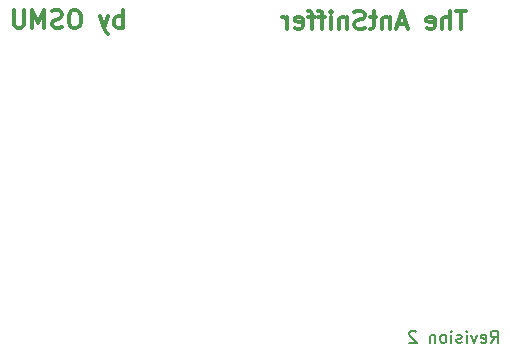
<source format=gbr>
%TF.GenerationSoftware,KiCad,Pcbnew,7.0.6-0*%
%TF.CreationDate,2023-11-06T09:59:01-05:00*%
%TF.ProjectId,AntSniffer,416e7453-6e69-4666-9665-722e6b696361,rev?*%
%TF.SameCoordinates,Original*%
%TF.FileFunction,Legend,Bot*%
%TF.FilePolarity,Positive*%
%FSLAX46Y46*%
G04 Gerber Fmt 4.6, Leading zero omitted, Abs format (unit mm)*
G04 Created by KiCad (PCBNEW 7.0.6-0) date 2023-11-06 09:59:01*
%MOMM*%
%LPD*%
G01*
G04 APERTURE LIST*
%ADD10C,0.300000*%
%ADD11C,0.150000*%
G04 APERTURE END LIST*
D10*
X160615489Y-44840828D02*
X160615489Y-43340828D01*
X160615489Y-43912257D02*
X160472632Y-43840828D01*
X160472632Y-43840828D02*
X160186917Y-43840828D01*
X160186917Y-43840828D02*
X160044060Y-43912257D01*
X160044060Y-43912257D02*
X159972632Y-43983685D01*
X159972632Y-43983685D02*
X159901203Y-44126542D01*
X159901203Y-44126542D02*
X159901203Y-44555114D01*
X159901203Y-44555114D02*
X159972632Y-44697971D01*
X159972632Y-44697971D02*
X160044060Y-44769400D01*
X160044060Y-44769400D02*
X160186917Y-44840828D01*
X160186917Y-44840828D02*
X160472632Y-44840828D01*
X160472632Y-44840828D02*
X160615489Y-44769400D01*
X159401203Y-43840828D02*
X159044060Y-44840828D01*
X158686917Y-43840828D02*
X159044060Y-44840828D01*
X159044060Y-44840828D02*
X159186917Y-45197971D01*
X159186917Y-45197971D02*
X159258346Y-45269400D01*
X159258346Y-45269400D02*
X159401203Y-45340828D01*
X156686917Y-43340828D02*
X156401203Y-43340828D01*
X156401203Y-43340828D02*
X156258346Y-43412257D01*
X156258346Y-43412257D02*
X156115489Y-43555114D01*
X156115489Y-43555114D02*
X156044060Y-43840828D01*
X156044060Y-43840828D02*
X156044060Y-44340828D01*
X156044060Y-44340828D02*
X156115489Y-44626542D01*
X156115489Y-44626542D02*
X156258346Y-44769400D01*
X156258346Y-44769400D02*
X156401203Y-44840828D01*
X156401203Y-44840828D02*
X156686917Y-44840828D01*
X156686917Y-44840828D02*
X156829775Y-44769400D01*
X156829775Y-44769400D02*
X156972632Y-44626542D01*
X156972632Y-44626542D02*
X157044060Y-44340828D01*
X157044060Y-44340828D02*
X157044060Y-43840828D01*
X157044060Y-43840828D02*
X156972632Y-43555114D01*
X156972632Y-43555114D02*
X156829775Y-43412257D01*
X156829775Y-43412257D02*
X156686917Y-43340828D01*
X155472631Y-44769400D02*
X155258346Y-44840828D01*
X155258346Y-44840828D02*
X154901203Y-44840828D01*
X154901203Y-44840828D02*
X154758346Y-44769400D01*
X154758346Y-44769400D02*
X154686917Y-44697971D01*
X154686917Y-44697971D02*
X154615488Y-44555114D01*
X154615488Y-44555114D02*
X154615488Y-44412257D01*
X154615488Y-44412257D02*
X154686917Y-44269400D01*
X154686917Y-44269400D02*
X154758346Y-44197971D01*
X154758346Y-44197971D02*
X154901203Y-44126542D01*
X154901203Y-44126542D02*
X155186917Y-44055114D01*
X155186917Y-44055114D02*
X155329774Y-43983685D01*
X155329774Y-43983685D02*
X155401203Y-43912257D01*
X155401203Y-43912257D02*
X155472631Y-43769400D01*
X155472631Y-43769400D02*
X155472631Y-43626542D01*
X155472631Y-43626542D02*
X155401203Y-43483685D01*
X155401203Y-43483685D02*
X155329774Y-43412257D01*
X155329774Y-43412257D02*
X155186917Y-43340828D01*
X155186917Y-43340828D02*
X154829774Y-43340828D01*
X154829774Y-43340828D02*
X154615488Y-43412257D01*
X153972632Y-44840828D02*
X153972632Y-43340828D01*
X153972632Y-43340828D02*
X153472632Y-44412257D01*
X153472632Y-44412257D02*
X152972632Y-43340828D01*
X152972632Y-43340828D02*
X152972632Y-44840828D01*
X152258346Y-43340828D02*
X152258346Y-44555114D01*
X152258346Y-44555114D02*
X152186917Y-44697971D01*
X152186917Y-44697971D02*
X152115489Y-44769400D01*
X152115489Y-44769400D02*
X151972631Y-44840828D01*
X151972631Y-44840828D02*
X151686917Y-44840828D01*
X151686917Y-44840828D02*
X151544060Y-44769400D01*
X151544060Y-44769400D02*
X151472631Y-44697971D01*
X151472631Y-44697971D02*
X151401203Y-44555114D01*
X151401203Y-44555114D02*
X151401203Y-43340828D01*
X189659774Y-43390828D02*
X188802632Y-43390828D01*
X189231203Y-44890828D02*
X189231203Y-43390828D01*
X188302632Y-44890828D02*
X188302632Y-43390828D01*
X187659775Y-44890828D02*
X187659775Y-44105114D01*
X187659775Y-44105114D02*
X187731203Y-43962257D01*
X187731203Y-43962257D02*
X187874060Y-43890828D01*
X187874060Y-43890828D02*
X188088346Y-43890828D01*
X188088346Y-43890828D02*
X188231203Y-43962257D01*
X188231203Y-43962257D02*
X188302632Y-44033685D01*
X186374060Y-44819400D02*
X186516917Y-44890828D01*
X186516917Y-44890828D02*
X186802632Y-44890828D01*
X186802632Y-44890828D02*
X186945489Y-44819400D01*
X186945489Y-44819400D02*
X187016917Y-44676542D01*
X187016917Y-44676542D02*
X187016917Y-44105114D01*
X187016917Y-44105114D02*
X186945489Y-43962257D01*
X186945489Y-43962257D02*
X186802632Y-43890828D01*
X186802632Y-43890828D02*
X186516917Y-43890828D01*
X186516917Y-43890828D02*
X186374060Y-43962257D01*
X186374060Y-43962257D02*
X186302632Y-44105114D01*
X186302632Y-44105114D02*
X186302632Y-44247971D01*
X186302632Y-44247971D02*
X187016917Y-44390828D01*
X184588346Y-44462257D02*
X183874061Y-44462257D01*
X184731203Y-44890828D02*
X184231203Y-43390828D01*
X184231203Y-43390828D02*
X183731203Y-44890828D01*
X183231204Y-43890828D02*
X183231204Y-44890828D01*
X183231204Y-44033685D02*
X183159775Y-43962257D01*
X183159775Y-43962257D02*
X183016918Y-43890828D01*
X183016918Y-43890828D02*
X182802632Y-43890828D01*
X182802632Y-43890828D02*
X182659775Y-43962257D01*
X182659775Y-43962257D02*
X182588347Y-44105114D01*
X182588347Y-44105114D02*
X182588347Y-44890828D01*
X182088346Y-43890828D02*
X181516918Y-43890828D01*
X181874061Y-43390828D02*
X181874061Y-44676542D01*
X181874061Y-44676542D02*
X181802632Y-44819400D01*
X181802632Y-44819400D02*
X181659775Y-44890828D01*
X181659775Y-44890828D02*
X181516918Y-44890828D01*
X181088346Y-44819400D02*
X180874061Y-44890828D01*
X180874061Y-44890828D02*
X180516918Y-44890828D01*
X180516918Y-44890828D02*
X180374061Y-44819400D01*
X180374061Y-44819400D02*
X180302632Y-44747971D01*
X180302632Y-44747971D02*
X180231203Y-44605114D01*
X180231203Y-44605114D02*
X180231203Y-44462257D01*
X180231203Y-44462257D02*
X180302632Y-44319400D01*
X180302632Y-44319400D02*
X180374061Y-44247971D01*
X180374061Y-44247971D02*
X180516918Y-44176542D01*
X180516918Y-44176542D02*
X180802632Y-44105114D01*
X180802632Y-44105114D02*
X180945489Y-44033685D01*
X180945489Y-44033685D02*
X181016918Y-43962257D01*
X181016918Y-43962257D02*
X181088346Y-43819400D01*
X181088346Y-43819400D02*
X181088346Y-43676542D01*
X181088346Y-43676542D02*
X181016918Y-43533685D01*
X181016918Y-43533685D02*
X180945489Y-43462257D01*
X180945489Y-43462257D02*
X180802632Y-43390828D01*
X180802632Y-43390828D02*
X180445489Y-43390828D01*
X180445489Y-43390828D02*
X180231203Y-43462257D01*
X179588347Y-43890828D02*
X179588347Y-44890828D01*
X179588347Y-44033685D02*
X179516918Y-43962257D01*
X179516918Y-43962257D02*
X179374061Y-43890828D01*
X179374061Y-43890828D02*
X179159775Y-43890828D01*
X179159775Y-43890828D02*
X179016918Y-43962257D01*
X179016918Y-43962257D02*
X178945490Y-44105114D01*
X178945490Y-44105114D02*
X178945490Y-44890828D01*
X178231204Y-44890828D02*
X178231204Y-43890828D01*
X178231204Y-43390828D02*
X178302632Y-43462257D01*
X178302632Y-43462257D02*
X178231204Y-43533685D01*
X178231204Y-43533685D02*
X178159775Y-43462257D01*
X178159775Y-43462257D02*
X178231204Y-43390828D01*
X178231204Y-43390828D02*
X178231204Y-43533685D01*
X177731203Y-43890828D02*
X177159775Y-43890828D01*
X177516918Y-44890828D02*
X177516918Y-43605114D01*
X177516918Y-43605114D02*
X177445489Y-43462257D01*
X177445489Y-43462257D02*
X177302632Y-43390828D01*
X177302632Y-43390828D02*
X177159775Y-43390828D01*
X176874060Y-43890828D02*
X176302632Y-43890828D01*
X176659775Y-44890828D02*
X176659775Y-43605114D01*
X176659775Y-43605114D02*
X176588346Y-43462257D01*
X176588346Y-43462257D02*
X176445489Y-43390828D01*
X176445489Y-43390828D02*
X176302632Y-43390828D01*
X175231203Y-44819400D02*
X175374060Y-44890828D01*
X175374060Y-44890828D02*
X175659775Y-44890828D01*
X175659775Y-44890828D02*
X175802632Y-44819400D01*
X175802632Y-44819400D02*
X175874060Y-44676542D01*
X175874060Y-44676542D02*
X175874060Y-44105114D01*
X175874060Y-44105114D02*
X175802632Y-43962257D01*
X175802632Y-43962257D02*
X175659775Y-43890828D01*
X175659775Y-43890828D02*
X175374060Y-43890828D01*
X175374060Y-43890828D02*
X175231203Y-43962257D01*
X175231203Y-43962257D02*
X175159775Y-44105114D01*
X175159775Y-44105114D02*
X175159775Y-44247971D01*
X175159775Y-44247971D02*
X175874060Y-44390828D01*
X174516918Y-44890828D02*
X174516918Y-43890828D01*
X174516918Y-44176542D02*
X174445489Y-44033685D01*
X174445489Y-44033685D02*
X174374061Y-43962257D01*
X174374061Y-43962257D02*
X174231203Y-43890828D01*
X174231203Y-43890828D02*
X174088346Y-43890828D01*
D11*
X191771792Y-71479819D02*
X192105125Y-71003628D01*
X192343220Y-71479819D02*
X192343220Y-70479819D01*
X192343220Y-70479819D02*
X191962268Y-70479819D01*
X191962268Y-70479819D02*
X191867030Y-70527438D01*
X191867030Y-70527438D02*
X191819411Y-70575057D01*
X191819411Y-70575057D02*
X191771792Y-70670295D01*
X191771792Y-70670295D02*
X191771792Y-70813152D01*
X191771792Y-70813152D02*
X191819411Y-70908390D01*
X191819411Y-70908390D02*
X191867030Y-70956009D01*
X191867030Y-70956009D02*
X191962268Y-71003628D01*
X191962268Y-71003628D02*
X192343220Y-71003628D01*
X190962268Y-71432200D02*
X191057506Y-71479819D01*
X191057506Y-71479819D02*
X191247982Y-71479819D01*
X191247982Y-71479819D02*
X191343220Y-71432200D01*
X191343220Y-71432200D02*
X191390839Y-71336961D01*
X191390839Y-71336961D02*
X191390839Y-70956009D01*
X191390839Y-70956009D02*
X191343220Y-70860771D01*
X191343220Y-70860771D02*
X191247982Y-70813152D01*
X191247982Y-70813152D02*
X191057506Y-70813152D01*
X191057506Y-70813152D02*
X190962268Y-70860771D01*
X190962268Y-70860771D02*
X190914649Y-70956009D01*
X190914649Y-70956009D02*
X190914649Y-71051247D01*
X190914649Y-71051247D02*
X191390839Y-71146485D01*
X190581315Y-70813152D02*
X190343220Y-71479819D01*
X190343220Y-71479819D02*
X190105125Y-70813152D01*
X189724172Y-71479819D02*
X189724172Y-70813152D01*
X189724172Y-70479819D02*
X189771791Y-70527438D01*
X189771791Y-70527438D02*
X189724172Y-70575057D01*
X189724172Y-70575057D02*
X189676553Y-70527438D01*
X189676553Y-70527438D02*
X189724172Y-70479819D01*
X189724172Y-70479819D02*
X189724172Y-70575057D01*
X189295601Y-71432200D02*
X189200363Y-71479819D01*
X189200363Y-71479819D02*
X189009887Y-71479819D01*
X189009887Y-71479819D02*
X188914649Y-71432200D01*
X188914649Y-71432200D02*
X188867030Y-71336961D01*
X188867030Y-71336961D02*
X188867030Y-71289342D01*
X188867030Y-71289342D02*
X188914649Y-71194104D01*
X188914649Y-71194104D02*
X189009887Y-71146485D01*
X189009887Y-71146485D02*
X189152744Y-71146485D01*
X189152744Y-71146485D02*
X189247982Y-71098866D01*
X189247982Y-71098866D02*
X189295601Y-71003628D01*
X189295601Y-71003628D02*
X189295601Y-70956009D01*
X189295601Y-70956009D02*
X189247982Y-70860771D01*
X189247982Y-70860771D02*
X189152744Y-70813152D01*
X189152744Y-70813152D02*
X189009887Y-70813152D01*
X189009887Y-70813152D02*
X188914649Y-70860771D01*
X188438458Y-71479819D02*
X188438458Y-70813152D01*
X188438458Y-70479819D02*
X188486077Y-70527438D01*
X188486077Y-70527438D02*
X188438458Y-70575057D01*
X188438458Y-70575057D02*
X188390839Y-70527438D01*
X188390839Y-70527438D02*
X188438458Y-70479819D01*
X188438458Y-70479819D02*
X188438458Y-70575057D01*
X187819411Y-71479819D02*
X187914649Y-71432200D01*
X187914649Y-71432200D02*
X187962268Y-71384580D01*
X187962268Y-71384580D02*
X188009887Y-71289342D01*
X188009887Y-71289342D02*
X188009887Y-71003628D01*
X188009887Y-71003628D02*
X187962268Y-70908390D01*
X187962268Y-70908390D02*
X187914649Y-70860771D01*
X187914649Y-70860771D02*
X187819411Y-70813152D01*
X187819411Y-70813152D02*
X187676554Y-70813152D01*
X187676554Y-70813152D02*
X187581316Y-70860771D01*
X187581316Y-70860771D02*
X187533697Y-70908390D01*
X187533697Y-70908390D02*
X187486078Y-71003628D01*
X187486078Y-71003628D02*
X187486078Y-71289342D01*
X187486078Y-71289342D02*
X187533697Y-71384580D01*
X187533697Y-71384580D02*
X187581316Y-71432200D01*
X187581316Y-71432200D02*
X187676554Y-71479819D01*
X187676554Y-71479819D02*
X187819411Y-71479819D01*
X187057506Y-70813152D02*
X187057506Y-71479819D01*
X187057506Y-70908390D02*
X187009887Y-70860771D01*
X187009887Y-70860771D02*
X186914649Y-70813152D01*
X186914649Y-70813152D02*
X186771792Y-70813152D01*
X186771792Y-70813152D02*
X186676554Y-70860771D01*
X186676554Y-70860771D02*
X186628935Y-70956009D01*
X186628935Y-70956009D02*
X186628935Y-71479819D01*
X185438458Y-70575057D02*
X185390839Y-70527438D01*
X185390839Y-70527438D02*
X185295601Y-70479819D01*
X185295601Y-70479819D02*
X185057506Y-70479819D01*
X185057506Y-70479819D02*
X184962268Y-70527438D01*
X184962268Y-70527438D02*
X184914649Y-70575057D01*
X184914649Y-70575057D02*
X184867030Y-70670295D01*
X184867030Y-70670295D02*
X184867030Y-70765533D01*
X184867030Y-70765533D02*
X184914649Y-70908390D01*
X184914649Y-70908390D02*
X185486077Y-71479819D01*
X185486077Y-71479819D02*
X184867030Y-71479819D01*
M02*

</source>
